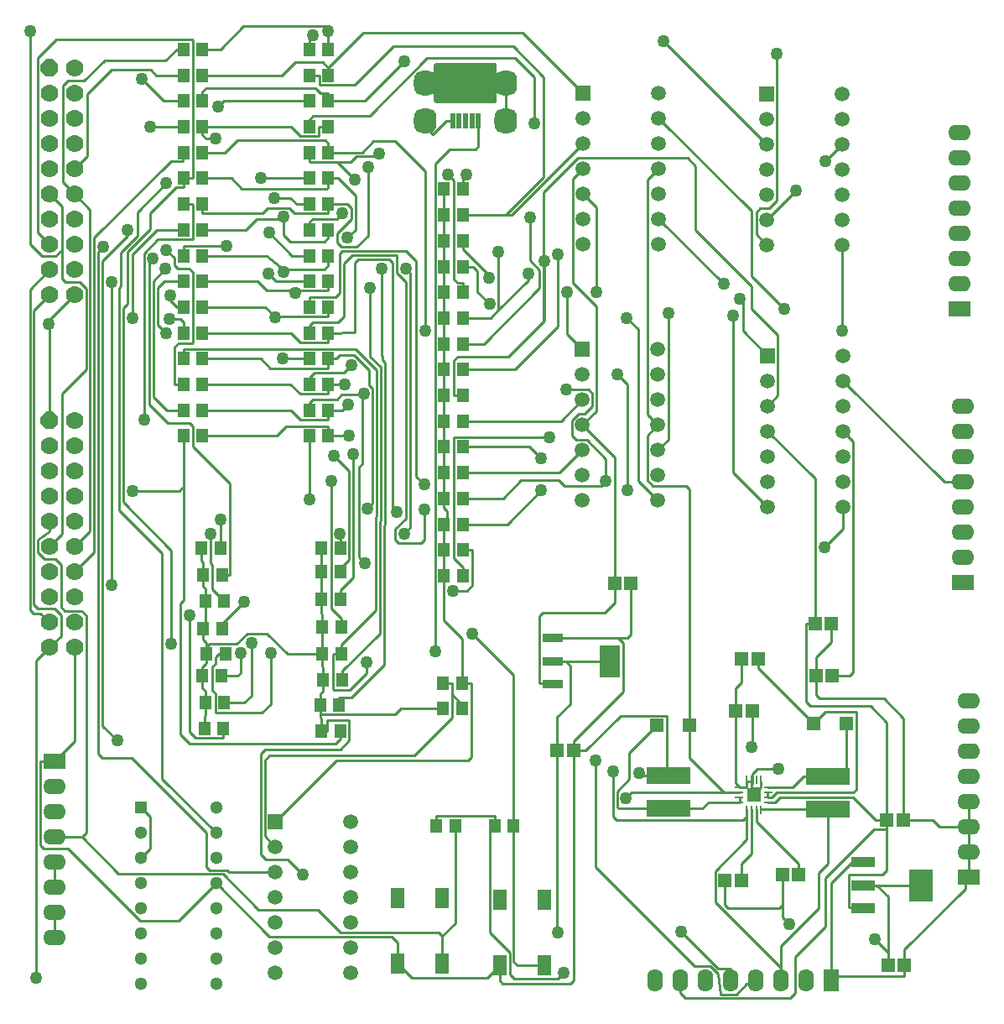
<source format=gtl>
G04 Layer_Physical_Order=1*
G04 Layer_Color=25308*
%FSLAX44Y44*%
%MOMM*%
G71*
G01*
G75*
G04:AMPARAMS|DCode=10|XSize=2.54mm|YSize=2.286mm|CornerRadius=0.9144mm|HoleSize=0mm|Usage=FLASHONLY|Rotation=270.000|XOffset=0mm|YOffset=0mm|HoleType=Round|Shape=RoundedRectangle|*
%AMROUNDEDRECTD10*
21,1,2.5400,0.4572,0,0,270.0*
21,1,0.7112,2.2860,0,0,270.0*
1,1,1.8288,-0.2286,-0.3556*
1,1,1.8288,-0.2286,0.3556*
1,1,1.8288,0.2286,0.3556*
1,1,1.8288,0.2286,-0.3556*
%
%ADD10ROUNDEDRECTD10*%
G04:AMPARAMS|DCode=11|XSize=0.45mm|YSize=1.5mm|CornerRadius=0.0225mm|HoleSize=0mm|Usage=FLASHONLY|Rotation=180.000|XOffset=0mm|YOffset=0mm|HoleType=Round|Shape=RoundedRectangle|*
%AMROUNDEDRECTD11*
21,1,0.4500,1.4550,0,0,180.0*
21,1,0.4050,1.5000,0,0,180.0*
1,1,0.0450,-0.2025,0.7275*
1,1,0.0450,0.2025,0.7275*
1,1,0.0450,0.2025,-0.7275*
1,1,0.0450,-0.2025,-0.7275*
%
%ADD11ROUNDEDRECTD11*%
G04:AMPARAMS|DCode=12|XSize=6.35mm|YSize=4.064mm|CornerRadius=0.2032mm|HoleSize=0mm|Usage=FLASHONLY|Rotation=180.000|XOffset=0mm|YOffset=0mm|HoleType=Round|Shape=RoundedRectangle|*
%AMROUNDEDRECTD12*
21,1,6.3500,3.6576,0,0,180.0*
21,1,5.9436,4.0640,0,0,180.0*
1,1,0.4064,-2.9718,1.8288*
1,1,0.4064,2.9718,1.8288*
1,1,0.4064,2.9718,-1.8288*
1,1,0.4064,-2.9718,-1.8288*
%
%ADD12ROUNDEDRECTD12*%
%ADD13R,1.2500X1.3500*%
%ADD14R,1.2500X1.4000*%
%ADD15R,2.4000X1.0000*%
%ADD16R,2.4000X3.3000*%
%ADD17R,1.3500X1.4500*%
%ADD18R,4.5000X1.8000*%
%ADD19R,1.3970X1.3970*%
%ADD20R,2.1000X0.9000*%
%ADD21R,2.1000X3.2000*%
%ADD22R,1.4000X2.1000*%
%ADD23O,1.0000X0.2500*%
%ADD24O,0.2500X1.0000*%
%ADD25R,1.4500X1.4500*%
%ADD26C,0.2540*%
%ADD27C,0.7620*%
%ADD28C,1.0414*%
%ADD29C,1.0000*%
%ADD30C,0.8382*%
%ADD31C,1.5000*%
%ADD32R,1.5000X1.5000*%
%ADD33C,1.3000*%
%ADD34R,1.3000X1.3000*%
%ADD35P,1.9245X8X22.5*%
%ADD36C,1.7780*%
%ADD37O,1.5500X2.2860*%
%ADD38R,1.5500X2.2860*%
%ADD39O,2.2860X1.5500*%
%ADD40R,2.2860X1.5500*%
%ADD41C,1.2700*%
D10*
X662360Y1153000D02*
D03*
X743640D02*
D03*
Y1191000D02*
D03*
X662360D02*
D03*
D11*
X716000Y1153000D02*
D03*
X709500D02*
D03*
X703000D02*
D03*
X696500D02*
D03*
X690000D02*
D03*
D12*
X703000Y1190890D02*
D03*
D13*
X545400Y1043000D02*
D03*
X545401Y1069000D02*
D03*
X439400Y540000D02*
D03*
X440400Y566000D02*
D03*
X418400Y1043000D02*
D03*
Y1069000D02*
D03*
X681400Y902000D02*
D03*
Y928000D02*
D03*
X545400Y1095000D02*
D03*
X545401Y1121000D02*
D03*
X437400Y593000D02*
D03*
X441400Y615000D02*
D03*
X418400Y1095000D02*
D03*
X680400Y560000D02*
D03*
Y586000D02*
D03*
X418400Y1121000D02*
D03*
X681400Y954000D02*
D03*
Y980000D02*
D03*
X545401Y1147000D02*
D03*
Y1173000D02*
D03*
X440400Y669000D02*
D03*
X438400Y641000D02*
D03*
X418400Y1147000D02*
D03*
X681400Y1006000D02*
D03*
Y1032000D02*
D03*
X545401Y1199000D02*
D03*
Y1225000D02*
D03*
X438400Y695000D02*
D03*
X436400Y722000D02*
D03*
X418400Y1199000D02*
D03*
Y1225000D02*
D03*
X681400Y1058000D02*
D03*
Y1084000D02*
D03*
Y850000D02*
D03*
Y876000D02*
D03*
X418400Y991000D02*
D03*
Y1017000D02*
D03*
X557400Y698000D02*
D03*
Y722000D02*
D03*
X545400Y991000D02*
D03*
Y1017000D02*
D03*
X681400Y798000D02*
D03*
Y824000D02*
D03*
X418400Y939000D02*
D03*
Y965000D02*
D03*
X558400Y642000D02*
D03*
X557400Y670000D02*
D03*
X545400Y939000D02*
D03*
Y965000D02*
D03*
X681400Y746000D02*
D03*
Y772000D02*
D03*
X418400Y887000D02*
D03*
Y913000D02*
D03*
X559400Y589000D02*
D03*
X558400Y615000D02*
D03*
X545400Y887000D02*
D03*
X681400Y694000D02*
D03*
X545400Y913000D02*
D03*
X681400Y720000D02*
D03*
X418400Y835000D02*
D03*
Y861000D02*
D03*
X557401Y537000D02*
D03*
X556400Y564000D02*
D03*
X545400Y835000D02*
D03*
Y861000D02*
D03*
X418400Y1173000D02*
D03*
X673397Y441999D02*
D03*
X732397D02*
D03*
D14*
X564600Y1043000D02*
D03*
X564600Y1069000D02*
D03*
X458600Y540000D02*
D03*
X459600Y566000D02*
D03*
X437600Y1043000D02*
D03*
Y1069000D02*
D03*
X700600Y902000D02*
D03*
Y928000D02*
D03*
X564600Y1095000D02*
D03*
X564600Y1121000D02*
D03*
X456600Y593000D02*
D03*
X460600Y615000D02*
D03*
X437600Y1095000D02*
D03*
X699600Y560000D02*
D03*
Y586000D02*
D03*
X437600Y1121000D02*
D03*
X700600Y954000D02*
D03*
Y980000D02*
D03*
X564600Y1147000D02*
D03*
Y1173000D02*
D03*
X459600Y669000D02*
D03*
X457600Y641000D02*
D03*
X437600Y1147000D02*
D03*
X700600Y1006000D02*
D03*
Y1032000D02*
D03*
X564600Y1199000D02*
D03*
Y1225000D02*
D03*
X457600Y695000D02*
D03*
X455600Y722000D02*
D03*
X437600Y1199000D02*
D03*
Y1225000D02*
D03*
X700600Y1058000D02*
D03*
Y1084000D02*
D03*
Y850000D02*
D03*
Y876000D02*
D03*
X437600Y991000D02*
D03*
Y1017000D02*
D03*
X576600Y698000D02*
D03*
Y722000D02*
D03*
X564600Y991000D02*
D03*
Y1017000D02*
D03*
X700600Y798000D02*
D03*
Y824000D02*
D03*
X437600Y939000D02*
D03*
Y965000D02*
D03*
X577600Y642000D02*
D03*
X576600Y670000D02*
D03*
X564600Y939000D02*
D03*
Y965000D02*
D03*
X700600Y746000D02*
D03*
Y772000D02*
D03*
X437600Y887000D02*
D03*
Y913000D02*
D03*
X578600Y589000D02*
D03*
X577600Y615000D02*
D03*
X564600Y887000D02*
D03*
X700600Y694000D02*
D03*
X564600Y913000D02*
D03*
X700600Y720000D02*
D03*
X437600Y835000D02*
D03*
Y861000D02*
D03*
X576600Y537000D02*
D03*
X575600Y564000D02*
D03*
X564600Y835000D02*
D03*
Y861000D02*
D03*
X437600Y1173000D02*
D03*
X692597Y441999D02*
D03*
X751597D02*
D03*
D15*
X1104658Y405007D02*
D03*
Y382006D02*
D03*
Y359007D02*
D03*
D16*
X1162658Y382006D02*
D03*
D17*
X1073250Y593000D02*
D03*
X1056750D02*
D03*
X1072250Y646000D02*
D03*
X1055750D02*
D03*
X1145907Y301006D02*
D03*
X1129407D02*
D03*
X1144908Y448007D02*
D03*
X1128407D02*
D03*
X1039250Y393000D02*
D03*
X1022750D02*
D03*
X992250Y558000D02*
D03*
X975750D02*
D03*
X981250Y387000D02*
D03*
X964750D02*
D03*
X998250Y610000D02*
D03*
X981750D02*
D03*
X812250Y518000D02*
D03*
X795750D02*
D03*
X870250Y686000D02*
D03*
X853750D02*
D03*
D18*
X1069000Y491500D02*
D03*
Y458500D02*
D03*
X908000Y492500D02*
D03*
Y459500D02*
D03*
D19*
X929510Y543000D02*
D03*
X896490D02*
D03*
X1087510Y545000D02*
D03*
X1054490D02*
D03*
D20*
X791500Y631000D02*
D03*
Y608000D02*
D03*
Y585000D02*
D03*
D21*
X848500Y608000D02*
D03*
D22*
X634500Y302938D02*
D03*
Y369062D02*
D03*
X679500Y302938D02*
D03*
Y369062D02*
D03*
X737500Y300938D02*
D03*
Y367062D02*
D03*
X782500Y300938D02*
D03*
Y367062D02*
D03*
D23*
X979000Y480500D02*
D03*
Y475500D02*
D03*
Y470500D02*
D03*
Y465500D02*
D03*
X1009000D02*
D03*
Y470500D02*
D03*
Y475500D02*
D03*
Y480500D02*
D03*
D24*
X986500Y458000D02*
D03*
X991500D02*
D03*
X996500D02*
D03*
X1001500D02*
D03*
Y488000D02*
D03*
X996500D02*
D03*
X991500D02*
D03*
X986500D02*
D03*
D25*
X994000Y473000D02*
D03*
D26*
X283000Y850400D02*
Y948000D01*
X986917Y282194D02*
X995700D01*
X684595Y746000D02*
Y759567D01*
X755650Y300736D02*
X782500D01*
X679768Y330771D02*
X692597Y343601D01*
X679500Y330504D02*
X679768Y330771D01*
X418400Y669556D02*
Y784225D01*
X295656Y993775D02*
Y1022350D01*
X455676Y722000D02*
Y750316D01*
X680400Y585746D02*
X689610D01*
Y550672D02*
Y575014D01*
X595503Y876554D02*
X598932Y873125D01*
X510546Y955294D02*
X564346D01*
X531368Y981456D02*
X564346D01*
X502721D02*
X531368D01*
X519430Y1003440D02*
X560421D01*
X781812Y950722D02*
X782574Y951484D01*
X745998Y914908D02*
X781812Y950722D01*
Y1081024D01*
X492131Y1054076D02*
X518922D01*
Y1056005D01*
Y1037844D02*
Y1054076D01*
X736322Y962025D02*
X766278Y991981D01*
X573278Y1110996D02*
X586893D01*
X545654D02*
X573278D01*
X564600Y1243838D02*
Y1244600D01*
X743802Y1058000D02*
X749500D01*
X700600D02*
X743802D01*
X1087510Y491500D02*
Y545000D01*
X1068832Y458500D02*
X1069000D01*
X1035296D02*
X1068832D01*
Y403860D02*
Y458500D01*
X1021100Y298450D02*
Y320568D01*
X986500Y427736D02*
Y450850D01*
X1001500Y486410D02*
Y487000D01*
Y484124D02*
Y486410D01*
X991500Y480314D02*
Y481838D01*
X906272Y492500D02*
Y552704D01*
X986178Y480500D02*
X986500Y480822D01*
X812250Y517906D02*
X824484D01*
X906272Y492500D02*
X908000D01*
X880497D02*
X906272D01*
X1207262Y378460D02*
Y390100D01*
X1071900Y290322D02*
X1145653D01*
X992003Y480060D02*
X1000506D01*
X991754D02*
X992003D01*
X991500Y481838D02*
X992003Y480060D01*
X994000Y473000D01*
X812250Y285750D02*
Y517906D01*
X1071900Y290322D02*
Y383814D01*
Y286000D02*
Y290322D01*
X741750Y1191000D02*
Y1194250D01*
Y1191000D02*
X743640D01*
X742476Y1188614D02*
X743640Y1187450D01*
X741750Y1189340D02*
X742476Y1188614D01*
X740200Y1190890D02*
X741750Y1189340D01*
Y1191000D01*
X741741Y1191000D02*
X741750Y1191000D01*
X703000Y1190890D02*
X741741Y1191000D01*
X664250Y1190890D02*
X703000D01*
X743640Y1153000D02*
Y1187450D01*
X740250Y1150250D02*
Y1153000D01*
Y1155750D01*
X664250Y1191000D02*
Y1194250D01*
Y1190890D02*
Y1191000D01*
Y1187750D02*
Y1190890D01*
X665750Y1153000D02*
Y1155750D01*
X662360Y1153000D02*
X665750D01*
Y1150250D02*
Y1153000D01*
Y1143586D02*
Y1150250D01*
X857250Y631000D02*
X866775D01*
X791500D02*
X857250D01*
X964184Y475500D02*
X980000D01*
X870724D02*
X964184D01*
X1128407Y396875D02*
Y438404D01*
X791500Y608000D02*
X803986D01*
X727710Y334010D02*
Y441999D01*
X563118Y537000D02*
Y548132D01*
X1129407Y313567D02*
Y370199D01*
X1104658Y382006D02*
X1117600D01*
X440400Y641000D02*
Y669000D01*
X441400Y622300D02*
Y626364D01*
Y615000D02*
Y622300D01*
X556400Y550910D02*
Y554482D01*
X995700Y282194D02*
Y286000D01*
X976523Y271800D02*
X986917Y282194D01*
X960100Y271800D02*
X976523D01*
X957580Y292608D02*
X960100Y271800D01*
X949911Y300277D02*
X957580Y292608D01*
X934184Y300277D02*
X949911D01*
X834644Y399817D02*
X934184Y300277D01*
X834644Y399817D02*
Y507492D01*
X672338Y617728D02*
Y1109599D01*
X686689Y1123950D01*
X712825D01*
X716000Y1127125D01*
Y1153000D01*
X375000Y409200D02*
X384302Y418502D01*
Y450698D01*
X375000Y460000D02*
X384302Y450698D01*
X269494Y608294D02*
X283000Y621800D01*
X269494Y288290D02*
Y608294D01*
X283000Y621800D02*
X294660Y633460D01*
Y654050D01*
X287802Y660908D02*
X294660Y654050D01*
X271594Y660908D02*
X287802D01*
X267300Y665202D02*
X271594Y660908D01*
X267300Y665202D02*
Y961700D01*
X283000Y977400D01*
X699600Y586000D02*
X708406D01*
X708660Y585746D01*
Y511175D02*
Y585746D01*
X705485Y508000D02*
X708660Y511175D01*
X572700Y508000D02*
X705485D01*
X510900Y446200D02*
X572700Y508000D01*
X361950Y1037195D02*
Y1042416D01*
X336550Y1011795D02*
X361950Y1037195D01*
X336550Y542798D02*
Y1011795D01*
Y542798D02*
X351536Y527812D01*
X464510Y395400D02*
X510900D01*
X462800Y397110D02*
X464510Y395400D01*
X444500Y397110D02*
X462800D01*
X441325Y400285D02*
X444500Y397110D01*
X441325Y400285D02*
Y434975D01*
X366014Y510286D02*
X441325Y434975D01*
X336550Y510286D02*
X366014D01*
X332486Y514350D02*
X336550Y510286D01*
X332486Y514350D02*
Y1021080D01*
X337312Y1025906D01*
X710184Y635497D02*
X751597Y594084D01*
Y441999D02*
Y594084D01*
X288000Y430700D02*
X315786D01*
X352674Y393070D01*
X458338D01*
X494030Y357378D01*
X553720D01*
X576834Y334264D01*
X676275D01*
X679768Y330771D01*
X679500Y302938D02*
X679768Y330771D01*
X679500Y302938D02*
Y330504D01*
X692597Y343601D02*
Y441999D01*
X283000Y739257D02*
Y748800D01*
X271340Y730250D02*
X283000Y739257D01*
X271340Y717736D02*
Y730250D01*
Y717736D02*
X278384Y710692D01*
X289052D01*
X294894Y704850D01*
Y662667D02*
Y704850D01*
Y662667D02*
X298700Y658860D01*
X315250D01*
X320060Y654050D01*
Y434975D02*
Y654050D01*
X315786Y430700D02*
X320060Y434975D01*
X366522Y779828D02*
X414003D01*
X418400Y784225D01*
Y835000D01*
X409448Y887000D02*
X418400D01*
X409194Y887254D02*
X409448Y887000D01*
X409194Y887254D02*
Y924814D01*
X413258Y928878D01*
X427228D01*
X427482Y929132D01*
Y1000125D01*
X423545Y1004062D02*
X427482Y1000125D01*
X412496Y1004062D02*
X423545D01*
X409194Y1007364D02*
X412496Y1004062D01*
X409194Y1007364D02*
Y1014857D01*
X401193Y1022858D02*
X409194Y1014857D01*
X414971Y952754D02*
X418400Y949325D01*
X404368Y952754D02*
X414971D01*
X567206Y660884D02*
Y789916D01*
Y660884D02*
X577600Y650490D01*
Y642000D02*
Y650490D01*
X621593Y745689D02*
Y909121D01*
X620704Y744800D02*
X621593Y745689D01*
X587756Y571246D02*
X620704Y604194D01*
X575600Y571119D02*
X575727Y571246D01*
X401617Y861000D02*
X418400D01*
X388033Y874585D02*
X401617Y861000D01*
X388033Y874585D02*
Y991410D01*
X400177Y1003554D01*
X618236Y916583D02*
Y1003554D01*
Y916583D02*
X619470Y915350D01*
Y911245D02*
Y915350D01*
Y911245D02*
X621593Y909121D01*
X620704Y604194D02*
Y744800D01*
X575727Y571246D02*
X587756D01*
X575600Y564000D02*
Y571119D01*
X577600Y615000D02*
Y624586D01*
X612624Y659610D01*
Y752880D01*
X613513Y753769D01*
Y901650D01*
X592381Y922782D02*
X613513Y901650D01*
X418654Y922782D02*
X592381D01*
X418400Y922528D02*
X418654Y922782D01*
X418400Y913000D02*
Y922528D01*
X576600Y670000D02*
Y679343D01*
X589660Y692403D01*
X405130Y971750D02*
Y976376D01*
Y971750D02*
X411880Y965000D01*
X418400D01*
X418654Y1026922D02*
X462026D01*
X418400Y1017000D02*
X418654Y1026922D01*
X274063Y656137D02*
X283000Y647200D01*
X266700Y656137D02*
X274063D01*
X263260Y659577D02*
X266700Y656137D01*
X263260Y659577D02*
Y983060D01*
X283000Y1002800D01*
X418400Y1086104D02*
Y1095000D01*
X410972Y1085850D02*
X418400Y1086104D01*
X384556Y1059434D02*
X410972Y1085850D01*
X384556Y1044079D02*
Y1059434D01*
X361557Y1021080D02*
X384556Y1044079D01*
X361557Y968363D02*
Y1021080D01*
X357402Y964208D02*
X361557Y968363D01*
X357402Y768350D02*
Y964208D01*
Y768350D02*
X406146Y719606D01*
Y625348D02*
Y719606D01*
X476250Y596175D02*
Y615950D01*
X473075Y593000D02*
X476250Y596175D01*
X456600Y593000D02*
X473075D01*
X418400Y1095000D02*
X427228D01*
X427482Y1095254D01*
Y1234440D01*
X427228Y1234694D02*
X427482Y1234440D01*
X289941Y1234694D02*
X427228D01*
X271272Y1216025D02*
X289941Y1234694D01*
X271272Y1039928D02*
Y1216025D01*
Y1039928D02*
X283000Y1028200D01*
X385096Y1147000D02*
X418400D01*
X345948Y684748D02*
Y989965D01*
X457600Y695000D02*
X464566D01*
X464820Y695254D01*
Y787400D01*
X427482Y824738D02*
X464820Y787400D01*
X427482Y824738D02*
Y844550D01*
X424180Y847852D02*
X427482Y844550D01*
X402782Y847852D02*
X424180D01*
X383993Y866641D02*
X402782Y847852D01*
X383993Y866641D02*
Y1010309D01*
X387652Y1013968D01*
X308400Y698000D02*
X328192Y717792D01*
Y1035026D01*
X405686Y1112520D01*
X418146D01*
X418400Y1121000D01*
X454025Y615000D02*
X460600D01*
X450596Y611571D02*
X454025Y615000D01*
X450596Y605282D02*
Y611571D01*
X447548Y602234D02*
X450596Y605282D01*
X447548Y577850D02*
Y602234D01*
Y577850D02*
X450342Y575056D01*
Y556260D02*
Y575056D01*
Y556260D02*
X450596Y556006D01*
X497586D01*
X506222Y564642D01*
Y615696D01*
X283000Y723400D02*
X295656Y736056D01*
Y877824D01*
X320060Y902228D01*
Y983214D01*
X313182Y990092D02*
X320060Y983214D01*
X299339Y990092D02*
X313182D01*
X295656Y993775D02*
X299339Y990092D01*
X283000Y1079000D02*
X295656Y1066344D01*
Y1022350D02*
Y1066344D01*
X289052Y1016508D02*
X295656Y1022350D01*
X275844Y1016508D02*
X289052D01*
X263652Y1028700D02*
X275844Y1016508D01*
X263652Y1028700D02*
Y1243584D01*
X376174Y1195324D02*
X398498Y1173000D01*
X418400D01*
X308400Y1079000D02*
X324100Y1063300D01*
Y739100D02*
Y1063300D01*
X308400Y723400D02*
X324100Y739100D01*
X455600Y722000D02*
X455676D01*
X500380Y431320D02*
X510900Y420800D01*
X500380Y431320D02*
Y508127D01*
X504825Y512572D01*
X651510D01*
X689610Y550672D01*
X680400Y585746D02*
Y586000D01*
X689610Y575014D02*
Y585746D01*
Y575014D02*
X699600Y563372D01*
Y560000D02*
Y563372D01*
X578806Y861000D02*
X584454Y866648D01*
X564600Y861000D02*
X578806D01*
X545400Y771120D02*
Y835000D01*
X691388Y711962D02*
Y833628D01*
Y711962D02*
X700600Y702750D01*
X545400Y868107D02*
X549275Y871982D01*
X573532D01*
X578104Y876554D01*
X595503D02*
X600202Y877824D01*
X700600Y720000D02*
X709422D01*
X709676Y719746D01*
Y684276D02*
Y719746D01*
X704342Y678942D02*
X709676Y684276D01*
X690626Y678942D02*
X704342D01*
X595122Y712470D02*
X601218Y706374D01*
X595122Y712470D02*
Y803402D01*
X598932Y807212D01*
Y873125D01*
X578104Y876554D02*
X595503D01*
X545400Y861000D02*
Y868107D01*
X564600Y887000D02*
X581311D01*
X865980Y953803D02*
X877062Y942721D01*
Y789838D02*
Y942721D01*
Y789838D02*
X897100Y769800D01*
X564600Y913000D02*
X572516D01*
X576456Y916940D01*
X590550D01*
X606044Y901446D01*
Y886206D02*
Y901446D01*
Y886206D02*
X609322Y882928D01*
Y766929D02*
Y882928D01*
X604393Y762000D02*
X609322Y766929D01*
X1065022Y722376D02*
X1084100Y741454D01*
Y763800D01*
X545400Y887000D02*
Y894015D01*
X550680Y899295D01*
X580017D01*
X587502Y906780D01*
X907542Y831042D02*
Y959358D01*
X897100Y820600D02*
X907542Y831042D01*
X700600Y746000D02*
X745492D01*
X779526Y780034D01*
X844550Y789269D02*
Y812038D01*
X825500Y831088D02*
X844550Y812038D01*
X814567Y831088D02*
X825500D01*
X810630Y835025D02*
X814567Y831088D01*
X810630Y835025D02*
Y850254D01*
X817647Y857271D01*
X823235D01*
X831170Y865206D01*
Y877996D01*
X827278Y881888D02*
X831170Y877996D01*
X804418Y881888D02*
X827278D01*
X518774Y913000D02*
X545400D01*
X629460Y762460D02*
X633476Y758444D01*
X629460Y762460D02*
Y1009650D01*
X626285Y1012825D02*
X629460Y1009650D01*
X594487Y1012825D02*
X626285D01*
X591312Y1009650D02*
X594487Y1012825D01*
X591312Y939254D02*
Y1009650D01*
X564600Y939000D02*
X591312Y939254D01*
X437600Y939000D02*
X526580D01*
X536194Y929386D01*
X564346D01*
X564600Y939000D01*
Y955548D02*
Y965000D01*
X564346Y955294D02*
X564600Y955548D01*
X500380Y965000D02*
X510546Y955294D01*
X973225Y798475D02*
X1007900Y763800D01*
X973225Y798475D02*
Y956794D01*
X510546Y954834D02*
Y955294D01*
X437600Y965000D02*
X500380D01*
X661162Y730250D02*
Y760603D01*
X658138Y727226D02*
X661162Y730250D01*
X635000Y727226D02*
X658138D01*
X631722Y730504D02*
X635000Y727226D01*
X631722Y730504D02*
Y741069D01*
X642620Y751967D01*
Y990600D01*
X633500Y999720D02*
X642620Y990600D01*
X633500Y999720D02*
Y1016762D01*
X633246Y1017016D02*
X633500Y1016762D01*
X588518Y1017016D02*
X633246D01*
X580136Y1008634D02*
X588518Y1017016D01*
X580136Y955421D02*
Y1008634D01*
X574675Y949960D02*
X580136Y955421D01*
X549210Y949960D02*
X574675D01*
X545400Y946150D02*
X549210Y949960D01*
X545400Y939000D02*
Y946150D01*
X700600Y798000D02*
X798301D01*
X820900Y820600D01*
X437600Y991000D02*
X493177D01*
X531368Y979170D02*
Y981456D01*
X805434Y937666D02*
Y980059D01*
Y937666D02*
X820900Y922200D01*
X564600Y1007618D02*
Y1017000D01*
X560421Y1003440D02*
X564600Y1007618D01*
X437600Y1017000D02*
X502555D01*
X519430Y1003440D01*
Y1000125D02*
Y1003440D01*
X980059Y973074D02*
X983234Y969899D01*
Y940866D02*
Y969899D01*
Y940866D02*
X1007900Y916200D01*
Y865400D02*
X1018286Y875786D01*
Y936625D01*
X991362Y963549D02*
X1018286Y936625D01*
X991362Y963549D02*
Y986028D01*
X934974Y1042416D02*
X991362Y986028D01*
X934974Y1042416D02*
Y1107440D01*
X927100Y1115314D02*
X934974Y1107440D01*
X816102Y1115314D02*
X927100D01*
X781812Y1081024D02*
X816102Y1115314D01*
X691388Y876254D02*
X691642Y876000D01*
X437600Y1043000D02*
X481055D01*
X492131Y1054076D01*
X518922Y1037844D02*
X525780Y1030986D01*
X560536D01*
X564600Y1069000D02*
X583754D01*
X587732Y1065022D01*
Y1053775D02*
Y1065022D01*
X573786Y1039829D02*
X587732Y1053775D01*
X573786Y1029740D02*
Y1039829D01*
Y1029740D02*
X577850Y1025676D01*
X593090D01*
X604472Y1037058D01*
Y1106424D01*
X1066220Y1112520D02*
X1083100Y1129400D01*
X526456Y1075182D02*
X532638Y1069000D01*
X564600Y1121000D02*
X598678D01*
X610108Y1132430D01*
X632235D01*
X662432Y1102233D01*
Y941070D02*
Y1102233D01*
X1083056Y941578D02*
X1083100Y941622D01*
Y1027800D01*
X700600Y954000D02*
X728297D01*
X766278Y991981D02*
Y999086D01*
X496086Y1095000D02*
X545400D01*
X736322Y962025D02*
Y1020596D01*
X728297Y954000D02*
X736322Y962025D01*
X545401Y1111250D02*
X573278Y1110996D01*
X591058Y1093216D01*
X685038Y1098804D02*
X691388Y1092454D01*
Y993267D02*
Y1092454D01*
Y993267D02*
X695325Y989330D01*
X700346D01*
X700600Y980000D01*
X441325Y1135126D02*
X450850D01*
X437600Y1138851D02*
X441325Y1135126D01*
X437600Y1138851D02*
Y1147000D01*
X564600Y1173000D02*
X601500D01*
X641350Y1212850D01*
X1017270Y1072769D02*
Y1220724D01*
X1009142Y1064641D02*
X1017270Y1072769D01*
X1000125Y1064641D02*
X1009142D01*
X996442Y1060958D02*
X1000125Y1064641D01*
X996442Y1038258D02*
Y1060958D01*
Y1038258D02*
X1006900Y1027800D01*
X545401Y1147000D02*
Y1154047D01*
X549275Y1157922D01*
X606283D01*
X664514Y1216152D01*
X753110D01*
X772668Y1196594D01*
Y1150366D02*
Y1196594D01*
X821900Y1079600D02*
X835533Y1065967D01*
Y980440D02*
Y1065967D01*
X715232Y980484D02*
X727202Y968514D01*
X715232Y980484D02*
Y1001036D01*
X710269Y1006000D02*
X715232Y1001036D01*
X700600Y1006000D02*
X710269D01*
X700600Y1023620D02*
X726694Y997526D01*
Y994664D02*
Y997526D01*
X453136Y1167130D02*
X459006Y1173000D01*
X545401D01*
X700600Y1023620D02*
Y1032000D01*
X761040Y1242060D02*
X821900Y1181200D01*
X600160Y1242060D02*
X761040D01*
X564600Y1206500D02*
X600160Y1242060D01*
X545401Y1225000D02*
Y1235772D01*
X548640Y1239012D01*
X902622Y1233678D02*
X1006900Y1129400D01*
X1069000Y491500D02*
X1087510D01*
X1054490Y545000D02*
X1066258Y556768D01*
X1097026D01*
X1097280Y556514D01*
Y478282D02*
Y556514D01*
X1094232Y475234D02*
X1097280Y478282D01*
X992250Y521588D02*
Y558000D01*
X992124Y521462D02*
X992250Y521588D01*
X851964Y450850D02*
Y496824D01*
Y450850D02*
X855139Y447675D01*
X983325D01*
X986500Y450850D01*
Y459000D01*
X1021100Y286000D02*
Y298450D01*
X955040Y364510D02*
X1021100Y298450D01*
X955040Y364510D02*
Y396276D01*
X986500Y427736D01*
X991616Y996600D02*
X1025117Y963100D01*
X991616Y996600D02*
Y1062284D01*
X898100Y1155800D02*
X991616Y1062284D01*
X1006900Y1053200D02*
X1036320Y1082620D01*
X683608Y1153000D02*
X690000D01*
X669972Y1139364D02*
X683608Y1153000D01*
X665750Y1143586D02*
X669972Y1139364D01*
X634500Y302938D02*
X648894Y288544D01*
X725106D01*
X737500Y300938D01*
X308400Y527300D02*
Y621800D01*
X288000Y506900D02*
X308400Y527300D01*
X283000Y952000D02*
X308400Y977400D01*
X991500Y481838D02*
Y487000D01*
X981750Y586898D02*
Y610000D01*
X975750Y580898D02*
X981750Y586898D01*
X975750Y558000D02*
Y580898D01*
Y484750D02*
Y558000D01*
Y484750D02*
X980000Y480500D01*
X1022750Y361950D02*
Y393000D01*
Y349379D02*
Y361950D01*
Y349379D02*
X1029482Y342646D01*
X964750Y361950D02*
Y387000D01*
Y361950D02*
X967925Y358775D01*
X1019575D01*
X1022750Y361950D01*
X865124Y469900D02*
X870724Y475500D01*
X820900Y846000D02*
X853750Y813150D01*
Y686000D02*
Y813150D01*
Y666750D02*
Y686000D01*
X843844Y656844D02*
X853750Y666750D01*
X781050Y656844D02*
X843844D01*
X777875Y653669D02*
X781050Y656844D01*
X777875Y585381D02*
Y653669D01*
Y585381D02*
X791500Y585000D01*
X1128407Y438404D02*
Y448007D01*
X1115314Y438150D02*
X1128407Y438404D01*
X1066038Y388874D02*
X1115314Y438150D01*
X1066038Y339852D02*
Y388874D01*
X1035812Y309626D02*
X1066038Y339852D01*
X1035812Y273050D02*
Y309626D01*
X1030522Y267760D02*
X1035812Y273050D01*
X924791Y267760D02*
X1030522D01*
X919500Y273050D02*
X924791Y267760D01*
X919500Y273050D02*
Y286000D01*
X1123962Y392430D02*
X1128407Y396875D01*
X1089914Y392430D02*
X1123962D01*
X1089660Y359261D02*
X1089914Y392430D01*
X1089660Y359261D02*
X1104658Y359007D01*
X795750Y334550D02*
X796290Y334010D01*
X795750Y334550D02*
Y518000D01*
X796290Y287528D02*
X801878Y293116D01*
X752094Y287528D02*
X796290D01*
X747522Y292100D02*
X752094Y287528D01*
X747522Y292100D02*
Y314198D01*
X727710Y334010D02*
X747522Y314198D01*
X727710Y441999D02*
X732397D01*
X1117600Y382006D02*
X1129407Y370199D01*
X557401Y537000D02*
X563118D01*
Y548132D02*
X563372Y548386D01*
X585470D01*
X585724Y548132D01*
Y527812D02*
Y548132D01*
X576580Y518668D02*
X585724Y527812D01*
X500634Y518668D02*
X576580D01*
X496316Y514350D02*
X500634Y518668D01*
X496316Y412750D02*
Y514350D01*
Y412750D02*
X501142Y407924D01*
X523875D01*
X538861Y392938D01*
X921004Y334897D02*
X958089Y297812D01*
X970026D01*
X970300Y297538D01*
Y286000D02*
Y297538D01*
X438400Y641000D02*
X440400D01*
X561044Y1248156D02*
X564600Y1244600D01*
X478578Y1248156D02*
X561044D01*
X455422Y1225000D02*
X478578Y1248156D01*
X437600Y1225000D02*
X455422D01*
X418400Y939000D02*
Y949325D01*
X560536Y1030986D02*
X564600Y1035050D01*
Y1043000D01*
Y851662D02*
Y861000D01*
X564346Y851408D02*
X564600Y851662D01*
X536194Y851408D02*
X564346D01*
X526602Y861000D02*
X536194Y851408D01*
X437600Y861000D02*
X526602D01*
X418400Y1069000D02*
X426806D01*
X427482Y1068324D01*
Y1033526D02*
Y1068324D01*
X427228Y1033272D02*
X427482Y1033526D01*
X392629Y1033272D02*
X427228D01*
X378460Y1019103D02*
X392629Y1033272D01*
X378460Y851662D02*
Y1019103D01*
X576600Y529610D02*
Y537000D01*
X571500Y524510D02*
X576600Y529610D01*
X424434Y524510D02*
X571500D01*
X415266Y533678D02*
X424434Y524510D01*
X415266Y533678D02*
Y666422D01*
X418400Y669556D01*
X840141Y784860D02*
X844550Y789269D01*
X802894Y784860D02*
X840141D01*
X797306Y790448D02*
X802894Y784860D01*
X759206Y790448D02*
X797306D01*
X740758Y772000D02*
X759206Y790448D01*
X700600Y772000D02*
X740758D01*
X855980Y896800D02*
X866140Y886640D01*
Y780034D02*
Y886640D01*
X564600Y1225000D02*
Y1243838D01*
X700600Y1084000D02*
Y1095189D01*
X703775Y1098364D01*
X752648Y902000D02*
X796290Y945642D01*
X700600Y902000D02*
X752648D01*
X564600Y1059688D02*
Y1069000D01*
X564346Y1059434D02*
X564600Y1059688D01*
X530558Y1059434D02*
X564346D01*
X524867Y1065125D02*
X530558Y1059434D01*
X503452Y1065125D02*
X524867D01*
X497761Y1059434D02*
X503452Y1065125D01*
X437854Y1059434D02*
X497761D01*
X437600Y1059688D02*
X437854Y1059434D01*
X437600Y1059688D02*
Y1069000D01*
X700600Y824000D02*
X767818D01*
X779526Y812292D01*
X653288Y794258D02*
X661416Y786130D01*
X653288Y794258D02*
Y1011682D01*
X643334Y1021636D02*
X653288Y1011682D01*
X578279Y1021636D02*
X643334D01*
X575818Y1019175D02*
X578279Y1021636D01*
X575818Y979170D02*
Y1019175D01*
X571500Y974852D02*
X575818Y979170D01*
X545654Y974852D02*
X571500D01*
X545400Y974598D02*
X545654Y974852D01*
X545400Y965000D02*
Y974598D01*
X528082Y1017000D02*
X545400D01*
X505206Y1039876D02*
X528082Y1017000D01*
X782574Y951484D02*
Y1011428D01*
X695071Y914908D02*
X745998D01*
X691388Y911225D02*
X695071Y914908D01*
X691388Y876254D02*
Y911225D01*
X691642Y876000D02*
X700600D01*
X583716Y1034796D02*
X591861Y1042940D01*
Y1077814D01*
X574675Y1095000D02*
X591861Y1077814D01*
X564600Y1095000D02*
X574675D01*
X700600Y928000D02*
X721371D01*
X777494Y984123D01*
Y1002284D01*
X767842Y1011936D02*
X777494Y1002284D01*
X767842Y1011936D02*
Y1055878D01*
X509778Y1075182D02*
X526456D01*
X532638Y1069000D02*
X545401D01*
X545400Y1043000D02*
Y1050925D01*
X548575Y1054100D01*
X573278D01*
X578612Y1059434D01*
X796290Y945642D02*
Y1018540D01*
X437600Y1095000D02*
X466598D01*
X477128Y1084470D01*
X563220D01*
X564600Y1085850D01*
Y1095000D01*
X642620Y1003935D02*
X647192Y999363D01*
Y742696D02*
Y999363D01*
X640842Y736346D02*
X647192Y742696D01*
X576326Y736346D02*
X576600Y736072D01*
Y722000D02*
Y736072D01*
X606806Y915368D02*
Y984758D01*
Y915368D02*
X617553Y904621D01*
Y749729D02*
Y904621D01*
X616664Y748840D02*
X617553Y749729D01*
X616664Y635980D02*
Y748840D01*
X578600Y597916D02*
X616664Y635980D01*
X578600Y589000D02*
Y597916D01*
X545401Y1111250D02*
Y1121000D01*
Y1111250D02*
X545654Y1110996D01*
X586893D02*
X592857Y1116960D01*
X612269D01*
X615444Y1120135D01*
X493177Y991000D02*
X502721Y981456D01*
X564346D02*
X564600Y981710D01*
Y991000D01*
X503682Y998728D02*
X511410Y991000D01*
X545400D01*
X820900Y846000D02*
X835210Y860310D01*
Y965578D01*
X811530Y989258D02*
X835210Y965578D01*
X811530Y989258D02*
Y1094630D01*
X821900Y1105000D01*
X749500Y1058000D02*
X821900Y1130400D01*
X898100Y1054200D02*
X963800Y988500D01*
X564600Y835000D02*
X585149D01*
X589660Y692403D02*
Y816385D01*
X576600Y698000D02*
Y701417D01*
X585620Y710438D01*
Y799442D01*
X569976Y815086D02*
X585620Y799442D01*
X392073Y947015D02*
X400812Y938276D01*
X564600Y877570D02*
Y887000D01*
X564346Y877316D02*
X564600Y877570D01*
X536194Y877316D02*
X564346D01*
X526510Y887000D02*
X536194Y877316D01*
X437600Y887000D02*
X526510D01*
X392073Y947015D02*
Y984274D01*
X398799Y991000D01*
X418400D01*
X371921Y1061023D02*
X401066Y1090168D01*
X371921Y1037225D02*
Y1061023D01*
X355068Y1020372D02*
X371921Y1037225D01*
X355068Y985971D02*
Y1020372D01*
X353117Y984020D02*
X355068Y985971D01*
X353117Y760404D02*
Y984020D01*
Y760404D02*
X396940Y716581D01*
Y488860D02*
Y716581D01*
Y488860D02*
X451200Y434600D01*
X366649Y953897D02*
Y1018159D01*
X391490Y1043000D01*
X418400D01*
X602742Y595376D02*
Y606576D01*
X586486Y579120D02*
X602742Y595376D01*
X569722Y579120D02*
X586486D01*
X569468Y579374D02*
X569722Y579120D01*
X569468Y579374D02*
Y614746D01*
X569722Y615000D01*
X577600D01*
X523174D02*
X558400D01*
X502461Y635713D02*
X523174Y615000D01*
X482517Y635713D02*
X502461D01*
X472279Y625475D02*
X482517Y635713D01*
X444575Y625475D02*
X472279D01*
X441400Y622300D02*
X444575Y625475D01*
X459600Y566000D02*
X479894D01*
X486918Y573024D01*
Y626364D01*
X634500Y302938D02*
Y323850D01*
X628658Y329692D02*
X634500Y323850D01*
X505308Y329692D02*
X628658D01*
X451200Y383800D02*
X505308Y329692D01*
X273812Y506900D02*
X288000D01*
X273558Y506646D02*
X273812Y506900D01*
X273558Y422275D02*
Y506646D01*
Y422275D02*
X277241Y418592D01*
X301625D01*
X374523Y345694D01*
X413094D01*
X451200Y383800D01*
X751597Y304789D02*
Y441999D01*
Y304789D02*
X755650Y300736D01*
X782500D02*
Y300938D01*
X857283Y459500D02*
X908000D01*
X856004Y460780D02*
X857283Y459500D01*
X856004Y460780D02*
Y476424D01*
X868530Y488950D01*
Y515040D01*
X896490Y543000D01*
X878332Y494665D02*
X880497Y492500D01*
X1001373Y486537D02*
X1001500Y486410D01*
X1001337Y486537D02*
X1001373D01*
X1001210Y486410D02*
X1001337Y486537D01*
X1001210Y480764D02*
Y486410D01*
X1000506Y480060D02*
X1001210Y480764D01*
X991500Y480314D02*
X991754Y480060D01*
X737500Y285750D02*
Y300938D01*
Y285750D02*
X740675Y282575D01*
X809075D01*
X812250Y285750D01*
X1034796Y459000D02*
X1035296Y458500D01*
X1128407Y448007D02*
Y546215D01*
X1112012Y562610D02*
X1128407Y546215D01*
X1051052Y562610D02*
X1112012D01*
X1046988Y566674D02*
X1051052Y562610D01*
X1046988Y566674D02*
Y645746D01*
X1047242Y646000D01*
X1055750D01*
X929510Y510174D02*
Y543000D01*
Y510174D02*
X964184Y475500D01*
X564600Y835000D02*
Y844296D01*
X564346Y844550D02*
X564600Y844296D01*
X522224Y844550D02*
X564346D01*
X512674Y835000D02*
X522224Y844550D01*
X437600Y835000D02*
X512674D01*
X1129407Y301006D02*
Y313567D01*
X1115822Y327152D02*
X1129407Y313567D01*
X1093093Y405007D02*
X1104658D01*
X1071900Y383814D02*
X1093093Y405007D01*
X998250Y601240D02*
X1054490Y545000D01*
X998250Y601240D02*
Y610000D01*
X1144908Y448007D02*
Y550289D01*
X1125220Y569976D02*
X1144908Y550289D01*
X1060450Y569976D02*
X1125220D01*
X1056750Y573676D02*
X1060450Y569976D01*
X1056750Y573676D02*
Y593000D01*
X795750Y518000D02*
Y551656D01*
X808736Y564642D01*
Y603250D01*
X803986Y608000D02*
X808736Y603250D01*
X886714Y835614D02*
X897100Y846000D01*
X886714Y790321D02*
Y835614D01*
Y790321D02*
X892175Y784860D01*
X925576D01*
X929510Y780926D01*
Y543000D02*
Y780926D01*
X1207262Y390100D02*
X1211000D01*
X1145907Y317105D02*
X1207262Y378460D01*
X1145907Y301006D02*
Y317105D01*
X1059434Y394462D02*
X1068832Y403860D01*
X1059434Y358902D02*
Y394462D01*
X1021100Y320568D02*
X1059434Y358902D01*
X986500Y480822D02*
Y487000D01*
X980000Y480500D02*
X986178D01*
X458600Y530606D02*
Y540000D01*
X458346Y530352D02*
X458600Y530606D01*
X430276Y530352D02*
X458346D01*
X424434Y536194D02*
X430276Y530352D01*
X424434Y536194D02*
Y654558D01*
X741750Y1187750D02*
Y1187888D01*
X742476Y1188614D01*
X703000Y1190890D02*
X740200D01*
X1186200Y788700D02*
X1205000D01*
X1084100Y890800D02*
X1186200Y788700D01*
X996500Y445966D02*
Y459000D01*
Y445966D02*
X1039250Y403216D01*
Y393000D02*
Y403216D01*
X981250Y387000D02*
Y403516D01*
X991500Y413766D01*
Y459000D01*
X1094486Y470408D02*
X1116887Y448007D01*
X1128407D01*
X743802Y1058000D02*
X781880Y1096078D01*
Y1197288D01*
X751332Y1227836D02*
X781880Y1197288D01*
X630172Y1227836D02*
X751332D01*
X591566Y1189230D02*
X630172Y1227836D01*
X555752Y1189230D02*
X591566D01*
X555498Y1189484D02*
X555752Y1189230D01*
X555498Y1189484D02*
Y1198746D01*
X555244Y1199000D02*
X555498Y1198746D01*
X545401Y1199000D02*
X555244D01*
X564600Y1173000D02*
Y1180846D01*
X564346Y1181100D02*
X564600Y1180846D01*
X556366Y1181100D02*
X564346D01*
X551540Y1185926D02*
X556366Y1181100D01*
X441325Y1185926D02*
X551540D01*
X437600Y1182201D02*
X441325Y1185926D01*
X437600Y1173000D02*
Y1182201D01*
Y1199000D02*
X518026D01*
X531114Y1212088D01*
X559012D01*
X564600Y1206500D01*
Y1199000D02*
Y1206500D01*
Y1121000D02*
Y1130300D01*
X561461Y1133439D02*
X564600Y1130300D01*
X472522Y1133439D02*
X561461D01*
X460082Y1121000D02*
X472522Y1133439D01*
X437600Y1121000D02*
X460082D01*
X437600Y1147000D02*
X526674D01*
X536194Y1137480D01*
X554228D01*
X554482Y1137734D01*
Y1146746D01*
X554736Y1147000D01*
X564600D01*
X691642Y833882D02*
X788126D01*
X691388Y833628D02*
X691642Y833882D01*
X700600Y694000D02*
Y702750D01*
X681400Y762762D02*
Y772000D01*
Y762762D02*
X684595Y759567D01*
X681400Y746000D02*
X684595D01*
X437600Y913000D02*
X496240D01*
X505762Y903478D01*
X564346D01*
X564600Y903732D01*
Y913000D01*
X700600Y850000D02*
X799500D01*
X820900Y871400D01*
X445516Y706628D02*
Y736092D01*
Y706628D02*
X447548Y704596D01*
Y680430D02*
Y704596D01*
Y680430D02*
X458978Y669000D01*
X459600D01*
X390738Y1199000D02*
X418400D01*
X385294Y1204444D02*
X390738Y1199000D01*
X345924Y1204444D02*
X385294D01*
X321310Y1179830D02*
X345924Y1204444D01*
X321310Y1117310D02*
Y1179830D01*
X308400Y1104400D02*
X321310Y1117310D01*
X296672Y1090728D02*
X308400Y1079000D01*
X296672Y1090728D02*
Y1188339D01*
X301625Y1193292D01*
X318008D01*
X338582Y1213866D01*
X400346D01*
X411480Y1225000D01*
X418400D01*
X457600Y641000D02*
Y645814D01*
X479806Y668020D01*
X870250Y634475D02*
Y686000D01*
X866775Y631000D02*
X870250Y634475D01*
X812250Y517906D02*
Y518000D01*
X824484Y517906D02*
X859536Y552958D01*
X906018D01*
X906272Y552704D01*
X1055750Y646000D02*
Y792150D01*
X1007900Y840000D02*
X1055750Y792150D01*
X1145653Y290322D02*
X1145907Y290576D01*
Y301006D01*
X803986Y608000D02*
X848500D01*
X857250Y631000D02*
X861822Y626428D01*
Y577050D02*
Y626428D01*
X812250Y527478D02*
X861822Y577050D01*
X812250Y518000D02*
Y527478D01*
X1044018Y491500D02*
X1069000D01*
X908000Y459500D02*
X942182D01*
X948182Y465500D01*
X980000D01*
X1084100Y840000D02*
X1094486Y829614D01*
Y596900D02*
Y829614D01*
X1090586Y593000D02*
X1094486Y596900D01*
X1073250Y593000D02*
X1090586D01*
X637470Y560000D02*
X680400D01*
X631698Y554228D02*
X637470Y560000D01*
X556654Y554228D02*
X631698D01*
X556400Y554482D02*
X556654Y554228D01*
X556400Y554482D02*
Y564000D01*
X886714Y856386D02*
X897100Y846000D01*
X886714Y856386D02*
Y1093614D01*
X898100Y1105000D01*
X732397Y441999D02*
Y451612D01*
X732143Y451866D02*
X732397Y451612D01*
X673651Y451866D02*
X732143D01*
X673397Y451612D02*
X673651Y451866D01*
X673397Y441999D02*
Y451612D01*
X681400Y954000D02*
Y980000D01*
Y1006000D01*
Y1058000D02*
Y1084000D01*
Y1006000D02*
Y1032000D01*
Y1058000D01*
X288000Y379900D02*
Y405300D01*
X681400Y648882D02*
Y694000D01*
Y648882D02*
X699600Y630682D01*
Y586000D02*
Y630682D01*
X681400Y694000D02*
Y720000D01*
Y746000D01*
Y876000D02*
Y902000D01*
Y928000D02*
Y954000D01*
Y902000D02*
Y928000D01*
Y850000D02*
Y876000D01*
Y824000D02*
Y850000D01*
Y772000D02*
Y798000D01*
Y824000D01*
X288000Y329100D02*
Y354500D01*
X980000Y465500D02*
Y470500D01*
X740250Y1153000D02*
X743640D01*
X662360Y1191000D02*
X664250D01*
X1072250Y627132D02*
Y646000D01*
X1056750Y611632D02*
X1072250Y627132D01*
X1056750Y593000D02*
Y611632D01*
X986500Y487000D02*
X991500D01*
X1211000Y390100D02*
Y415500D01*
Y440900D01*
X1181349D02*
X1211000D01*
X1174242Y448007D02*
X1181349Y440900D01*
X1144908Y448007D02*
X1174242D01*
X1211000Y440900D02*
Y466300D01*
X1117600Y382006D02*
X1162658D01*
X557400Y670000D02*
Y698000D01*
Y722000D01*
Y656320D02*
Y670000D01*
Y656320D02*
X558400Y655320D01*
Y642000D02*
Y655320D01*
Y615000D02*
Y642000D01*
Y602472D02*
Y615000D01*
Y602472D02*
X559400Y601472D01*
Y589000D02*
Y601472D01*
Y577802D02*
Y589000D01*
X556400Y574802D02*
X559400Y577802D01*
X556400Y564000D02*
Y574802D01*
Y550910D02*
X557401Y549910D01*
Y537000D02*
Y549910D01*
X440400Y553450D02*
Y566000D01*
X439400Y552450D02*
X440400Y553450D01*
X439400Y540000D02*
Y552450D01*
X438400Y629364D02*
Y641000D01*
Y629364D02*
X441400Y626364D01*
X437400Y580850D02*
Y593000D01*
Y580850D02*
X440400Y577850D01*
Y566000D02*
Y577850D01*
X441400Y605980D02*
Y615000D01*
X437400Y601980D02*
X441400Y605980D01*
X437400Y593000D02*
Y601980D01*
X436400Y709390D02*
Y722000D01*
Y709390D02*
X438400Y707390D01*
Y695000D02*
Y707390D01*
Y682974D02*
Y695000D01*
Y682974D02*
X440400Y680974D01*
Y669000D02*
Y680974D01*
X992378Y487000D02*
Y493776D01*
X992353Y486855D02*
X992378Y487000D01*
X991500Y481838D02*
X992353Y486855D01*
X1001500Y459000D02*
X1034796D01*
X1008000Y465500D02*
X1015488D01*
X1033018Y480500D02*
X1044018Y491500D01*
X1015488Y465500D02*
X1020396Y470408D01*
X1094486D01*
X1012444Y470500D02*
X1017178Y475234D01*
X1094232D01*
X1008000Y480500D02*
X1033018D01*
X1008000Y470500D02*
Y475500D01*
Y470500D02*
X1012444D01*
X997602Y499000D02*
X1019000D01*
X992378Y493776D02*
X997602Y499000D01*
D27*
X741750Y1194250D02*
D03*
Y1187750D02*
D03*
X664250D02*
D03*
Y1194250D02*
D03*
D28*
X665750Y1150250D02*
D03*
Y1155750D02*
D03*
X740250Y1153000D02*
D03*
Y1150250D02*
D03*
D29*
X665750Y1153000D02*
D03*
X740250Y1155750D02*
D03*
D30*
X741750Y1191000D02*
D03*
X664250D02*
D03*
D31*
X587100Y293800D02*
D03*
Y319200D02*
D03*
Y344600D02*
D03*
Y370000D02*
D03*
Y395400D02*
D03*
Y420800D02*
D03*
Y446200D02*
D03*
X510900Y293800D02*
D03*
Y319200D02*
D03*
Y344600D02*
D03*
Y370000D02*
D03*
Y395400D02*
D03*
Y420800D02*
D03*
X897100Y769800D02*
D03*
Y795200D02*
D03*
Y820600D02*
D03*
Y846000D02*
D03*
Y871400D02*
D03*
Y896800D02*
D03*
Y922200D02*
D03*
X820900Y769800D02*
D03*
Y795200D02*
D03*
Y820600D02*
D03*
Y846000D02*
D03*
Y871400D02*
D03*
Y896800D02*
D03*
X1084100Y763800D02*
D03*
Y789200D02*
D03*
Y814600D02*
D03*
Y840000D02*
D03*
Y865400D02*
D03*
Y890800D02*
D03*
Y916200D02*
D03*
X1007900Y763800D02*
D03*
Y789200D02*
D03*
Y814600D02*
D03*
Y840000D02*
D03*
Y865400D02*
D03*
Y890800D02*
D03*
X898100Y1028800D02*
D03*
Y1054200D02*
D03*
Y1079600D02*
D03*
Y1105000D02*
D03*
Y1130400D02*
D03*
Y1155800D02*
D03*
Y1181200D02*
D03*
X821900Y1028800D02*
D03*
Y1054200D02*
D03*
Y1079600D02*
D03*
Y1105000D02*
D03*
Y1130400D02*
D03*
Y1155800D02*
D03*
X1083100Y1027800D02*
D03*
Y1053200D02*
D03*
Y1078600D02*
D03*
Y1104000D02*
D03*
Y1129400D02*
D03*
Y1154800D02*
D03*
Y1180200D02*
D03*
X1006900Y1027800D02*
D03*
Y1053200D02*
D03*
Y1078600D02*
D03*
Y1104000D02*
D03*
Y1129400D02*
D03*
Y1154800D02*
D03*
D32*
X510900Y446200D02*
D03*
X820900Y922200D02*
D03*
X1007900Y916200D02*
D03*
X821900Y1181200D02*
D03*
X1006900Y1180200D02*
D03*
D33*
X451200Y282200D02*
D03*
Y307600D02*
D03*
Y333000D02*
D03*
Y358400D02*
D03*
Y383800D02*
D03*
Y409200D02*
D03*
Y434600D02*
D03*
Y460000D02*
D03*
X375000Y282200D02*
D03*
Y307600D02*
D03*
Y333000D02*
D03*
Y358400D02*
D03*
Y383800D02*
D03*
Y409200D02*
D03*
Y434600D02*
D03*
D34*
Y460000D02*
D03*
D35*
X283000Y1206000D02*
D03*
Y850400D02*
D03*
D36*
Y1180600D02*
D03*
Y1155200D02*
D03*
Y1129800D02*
D03*
Y1104400D02*
D03*
Y1079000D02*
D03*
Y1053600D02*
D03*
Y1028200D02*
D03*
Y1002800D02*
D03*
Y977400D02*
D03*
X308400Y1206000D02*
D03*
Y1180600D02*
D03*
Y1155200D02*
D03*
Y1129800D02*
D03*
Y1104400D02*
D03*
Y1079000D02*
D03*
Y1053600D02*
D03*
Y1028200D02*
D03*
Y1002800D02*
D03*
Y977400D02*
D03*
X283000Y825000D02*
D03*
Y799600D02*
D03*
Y774200D02*
D03*
Y748800D02*
D03*
Y723400D02*
D03*
Y698000D02*
D03*
Y672600D02*
D03*
Y647200D02*
D03*
Y621800D02*
D03*
X308400Y850400D02*
D03*
Y825000D02*
D03*
Y799600D02*
D03*
Y774200D02*
D03*
Y748800D02*
D03*
Y723400D02*
D03*
Y698000D02*
D03*
Y672600D02*
D03*
Y647200D02*
D03*
Y621800D02*
D03*
D37*
X894100Y286000D02*
D03*
X919500D02*
D03*
X944900D02*
D03*
X970300D02*
D03*
X995700D02*
D03*
X1021100D02*
D03*
X1046500D02*
D03*
D38*
X1071900D02*
D03*
D39*
X1202000Y1140900D02*
D03*
Y1115500D02*
D03*
Y1090100D02*
D03*
Y1064700D02*
D03*
Y1039300D02*
D03*
Y1013900D02*
D03*
Y988500D02*
D03*
X1211000Y567900D02*
D03*
Y542500D02*
D03*
Y517100D02*
D03*
Y491700D02*
D03*
Y466300D02*
D03*
Y440900D02*
D03*
Y415500D02*
D03*
X288000Y329100D02*
D03*
Y354500D02*
D03*
Y379900D02*
D03*
Y405300D02*
D03*
Y430700D02*
D03*
Y456100D02*
D03*
Y481500D02*
D03*
X1205000Y864900D02*
D03*
Y839500D02*
D03*
Y814100D02*
D03*
Y788700D02*
D03*
Y763300D02*
D03*
Y737900D02*
D03*
Y712500D02*
D03*
D40*
X1202000Y963100D02*
D03*
X1211000Y390100D02*
D03*
X288000Y506900D02*
D03*
X1205000Y687100D02*
D03*
D41*
X282630Y948000D02*
D03*
X834644Y507492D02*
D03*
X672338Y617728D02*
D03*
X269494Y288290D02*
D03*
X361950Y1042416D02*
D03*
X351536Y527812D02*
D03*
X337312Y1025906D02*
D03*
X710184Y635497D02*
D03*
X366522Y779828D02*
D03*
X401193Y1022858D02*
D03*
X567206Y789916D02*
D03*
X400177Y1003554D02*
D03*
X618236D02*
D03*
X405130Y976376D02*
D03*
X462026Y1026922D02*
D03*
X406146Y625348D02*
D03*
X476250Y615950D02*
D03*
X385096Y1147000D02*
D03*
X345948Y684748D02*
D03*
Y989965D02*
D03*
X387652Y1013968D02*
D03*
X506222Y615696D02*
D03*
X263652Y1243584D02*
D03*
X376174Y1195324D02*
D03*
X455676Y750316D02*
D03*
X584454Y866648D02*
D03*
X545400Y771120D02*
D03*
X600202Y877824D02*
D03*
X690626Y678942D02*
D03*
X601218Y706374D02*
D03*
X581311Y887000D02*
D03*
X865980Y953803D02*
D03*
X604393Y762000D02*
D03*
X1065022Y722376D02*
D03*
X587502Y906780D02*
D03*
X907542Y959358D02*
D03*
X779526Y780034D02*
D03*
X844550Y789269D02*
D03*
X804418Y881888D02*
D03*
X518774Y913000D02*
D03*
X633476Y758444D02*
D03*
X973225Y956794D02*
D03*
X510546Y954834D02*
D03*
X661162Y760603D02*
D03*
X779526Y812292D02*
D03*
X531368Y979170D02*
D03*
X805434Y980059D02*
D03*
X519430Y1000125D02*
D03*
X980059Y973074D02*
D03*
X604472Y1106424D02*
D03*
X1066220Y1112520D02*
D03*
X509778Y1075182D02*
D03*
X662432Y941070D02*
D03*
X1083056Y941578D02*
D03*
X766278Y999086D02*
D03*
X496086Y1095000D02*
D03*
X736322Y1020596D02*
D03*
X591058Y1093216D02*
D03*
X685038Y1098804D02*
D03*
X450850Y1135126D02*
D03*
X641350Y1212850D02*
D03*
X1017270Y1220724D02*
D03*
X772668Y1150366D02*
D03*
X835533Y980440D02*
D03*
X727202Y968514D02*
D03*
X726694Y994664D02*
D03*
X453136Y1167130D02*
D03*
X548640Y1239012D02*
D03*
X902622Y1233678D02*
D03*
X992124Y521462D02*
D03*
X851964Y496824D02*
D03*
X1025117Y963100D02*
D03*
X1036320Y1082620D02*
D03*
X1029482Y342646D02*
D03*
X865124Y469900D02*
D03*
X796290Y334010D02*
D03*
X801878Y293116D02*
D03*
X538861Y392938D02*
D03*
X921004Y334897D02*
D03*
X404368Y952754D02*
D03*
X518922Y1056005D02*
D03*
X378460Y851662D02*
D03*
X855980Y896800D02*
D03*
X866140Y780034D02*
D03*
X564600Y1243838D02*
D03*
X703775Y1098364D02*
D03*
X661416Y786130D02*
D03*
X505206Y1039876D02*
D03*
X782574Y1011428D02*
D03*
X583716Y1034796D02*
D03*
X767842Y1055878D02*
D03*
X578612Y1059434D02*
D03*
X796290Y1018540D02*
D03*
X642620Y1003935D02*
D03*
X640842Y736346D02*
D03*
X576326D02*
D03*
X606806Y984758D02*
D03*
X615444Y1120135D02*
D03*
X503682Y998728D02*
D03*
X963800Y988500D02*
D03*
X585149Y835000D02*
D03*
X589660Y816385D02*
D03*
X569976Y815086D02*
D03*
X400812Y938276D02*
D03*
X401066Y1090168D02*
D03*
X366649Y953897D02*
D03*
X602742Y606576D02*
D03*
X486918Y626364D02*
D03*
X878332Y494665D02*
D03*
X1115822Y327152D02*
D03*
X424434Y654558D02*
D03*
X788126Y833882D02*
D03*
X445516Y736092D02*
D03*
X479806Y668020D02*
D03*
X1019000Y499000D02*
D03*
M02*

</source>
